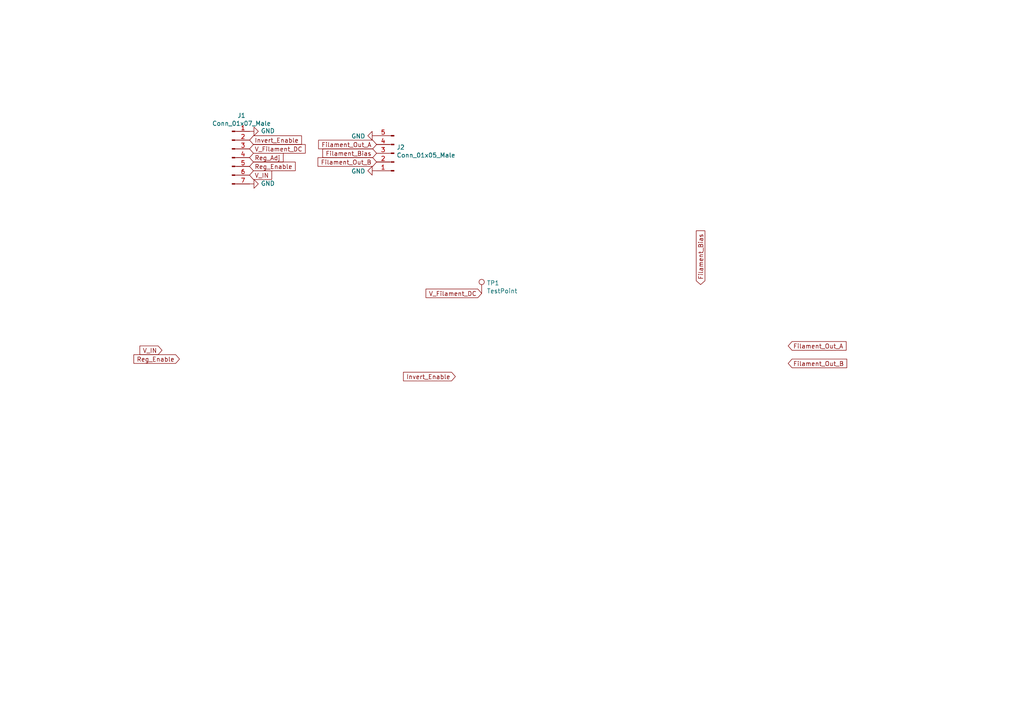
<source format=kicad_sch>
(kicad_sch (version 20211123) (generator eeschema)
  (paper "A4")
  (lib_symbols
    (symbol "Connector:Conn_01x05_Male" (pin_names (offset 1.016) hide)
      (property "Reference" "J" (at 0 7.62 0))
      (property "Value" "Conn_01x05_Male" (at 0 -7.62 0))
      (symbol "Conn_01x05_Male_1_1"
        (polyline (pts (xy 1.27 -5.08) (xy 0.8636 -5.08)) (stroke (width 0.1524)))
        (polyline (pts (xy 1.27 -2.54) (xy 0.8636 -2.54)) (stroke (width 0.1524)))
        (polyline (pts (xy 1.27 0) (xy 0.8636 0)) (stroke (width 0.1524)))
        (polyline (pts (xy 1.27 2.54) (xy 0.8636 2.54)) (stroke (width 0.1524)))
        (polyline (pts (xy 1.27 5.08) (xy 0.8636 5.08)) (stroke (width 0.1524)))
        (rectangle (start 0.8636 -4.953) (end 0 -5.207) (stroke (width 0.1524)) (fill (type outline)))
        (rectangle (start 0.8636 -2.413) (end 0 -2.667) (stroke (width 0.1524)) (fill (type outline)))
        (rectangle (start 0.8636 0.127) (end 0 -0.127) (stroke (width 0.1524)) (fill (type outline)))
        (rectangle (start 0.8636 2.667) (end 0 2.413) (stroke (width 0.1524)) (fill (type outline)))
        (rectangle (start 0.8636 5.207) (end 0 4.953) (stroke (width 0.1524)) (fill (type outline)))
        (pin passive line (at 5.08 5.08 180) (length 3.81) (name "Pin_1") (number "1"))
        (pin passive line (at 5.08 2.54 180) (length 3.81) (name "Pin_2") (number "2"))
        (pin passive line (at 5.08 0 180) (length 3.81) (name "Pin_3") (number "3"))
        (pin passive line (at 5.08 -2.54 180) (length 3.81) (name "Pin_4") (number "4"))
        (pin passive line (at 5.08 -5.08 180) (length 3.81) (name "Pin_5") (number "5"))
      )
    )
    (symbol "Connector:Conn_01x07_Male" (pin_names (offset 1.016) hide)
      (property "Reference" "J" (at 0 10.16 0))
      (property "Value" "Conn_01x07_Male" (at 0 -10.16 0))
      (symbol "Conn_01x07_Male_1_1"
        (polyline (pts (xy 1.27 -7.62) (xy 0.8636 -7.62)) (stroke (width 0.1524)))
        (polyline (pts (xy 1.27 -5.08) (xy 0.8636 -5.08)) (stroke (width 0.1524)))
        (polyline (pts (xy 1.27 -2.54) (xy 0.8636 -2.54)) (stroke (width 0.1524)))
        (polyline (pts (xy 1.27 0) (xy 0.8636 0)) (stroke (width 0.1524)))
        (polyline (pts (xy 1.27 2.54) (xy 0.8636 2.54)) (stroke (width 0.1524)))
        (polyline (pts (xy 1.27 5.08) (xy 0.8636 5.08)) (stroke (width 0.1524)))
        (polyline (pts (xy 1.27 7.62) (xy 0.8636 7.62)) (stroke (width 0.1524)))
        (rectangle (start 0.8636 -7.493) (end 0 -7.747) (stroke (width 0.1524)) (fill (type outline)))
        (rectangle (start 0.8636 -4.953) (end 0 -5.207) (stroke (width 0.1524)) (fill (type outline)))
        (rectangle (start 0.8636 -2.413) (end 0 -2.667) (stroke (width 0.1524)) (fill (type outline)))
        (rectangle (start 0.8636 0.127) (end 0 -0.127) (stroke (width 0.1524)) (fill (type outline)))
        (rectangle (start 0.8636 2.667) (end 0 2.413) (stroke (width 0.1524)) (fill (type outline)))
        (rectangle (start 0.8636 5.207) (end 0 4.953) (stroke (width 0.1524)) (fill (type outline)))
        (rectangle (start 0.8636 7.747) (end 0 7.493) (stroke (width 0.1524)) (fill (type outline)))
        (pin passive line (at 5.08 7.62 180) (length 3.81) (name "Pin_1") (number "1"))
        (pin passive line (at 5.08 5.08 180) (length 3.81) (name "Pin_2") (number "2"))
        (pin passive line (at 5.08 2.54 180) (length 3.81) (name "Pin_3") (number "3"))
        (pin passive line (at 5.08 0 180) (length 3.81) (name "Pin_4") (number "4"))
        (pin passive line (at 5.08 -2.54 180) (length 3.81) (name "Pin_5") (number "5"))
        (pin passive line (at 5.08 -5.08 180) (length 3.81) (name "Pin_6") (number "6"))
        (pin passive line (at 5.08 -7.62 180) (length 3.81) (name "Pin_7") (number "7"))
      )
    )
    (symbol "Connector:TestPoint" (pin_numbers hide) (pin_names (offset 0.762) hide)
      (property "Reference" "TP" (at 0 6.858 0))
      (property "Value" "TestPoint" (at 0 5.08 0))
      (symbol "TestPoint_0_1"
        (circle (center 0 3.302) (radius 0.762))
      )
      (symbol "TestPoint_1_1"
        (pin passive line (at 0 0 90) (length 2.54) (name "1") (number "1"))
      )
    )
    (symbol "power:GND" (power) (pin_names (offset 0))
      (property "Value" "GND" (at 0 -3.81 0))
      (symbol "GND_0_1"
        (polyline (pts (xy 0 0) (xy 0 -1.27) (xy 1.27 -1.27) (xy 0 -2.54) (xy -1.27 -1.27) (xy 0 -1.27)))
      )
      (symbol "GND_1_1"
        (pin power_in line (at 0 0 270) (length 0) hide (name "GND") (number "1"))
      )
    )
  )
  (global_label "Invert_Enable" (shape input) (at 72.39 40.64 0) (property "Intersheet References" "${INTERSHEET_REFS}" (effects hide)))
  (global_label "Invert_Enable" (shape input) (at 132.08 109.22 180) (property "Intersheet References" "${INTERSHEET_REFS}" (effects hide)))
  (global_label "Filament_Bias" (shape input) (at 203.2 82.55 90) (property "Intersheet References" "${INTERSHEET_REFS}" (effects hide)))
  (global_label "V_IN" (shape input) (at 46.99 101.6 180) (property "Intersheet References" "${INTERSHEET_REFS}" (effects hide)))
  (global_label "Filament_Out_B" (shape input) (at 228.6 105.41 0) (property "Intersheet References" "${INTERSHEET_REFS}" (effects hide)))
  (global_label "V_IN" (shape input) (at 72.39 50.8 0) (property "Intersheet References" "${INTERSHEET_REFS}" (effects hide)))
  (global_label "Reg_Adj" (shape input) (at 72.39 45.72 0) (property "Intersheet References" "${INTERSHEET_REFS}" (effects hide)))
  (global_label "V_Filament_DC" (shape input) (at 139.7 85.09 180) (property "Intersheet References" "${INTERSHEET_REFS}" (effects hide)))
  (global_label "Reg_Enable" (shape input) (at 72.39 48.26 0) (property "Intersheet References" "${INTERSHEET_REFS}" (effects hide)))
  (global_label "Filament_Out_B" (shape input) (at 109.22 46.99 180) (property "Intersheet References" "${INTERSHEET_REFS}" (effects hide)))
  (global_label "Filament_Bias" (shape input) (at 109.22 44.45 180) (property "Intersheet References" "${INTERSHEET_REFS}" (effects hide)))
  (global_label "V_Filament_DC" (shape input) (at 72.39 43.18 0) (property "Intersheet References" "${INTERSHEET_REFS}" (effects hide)))
  (global_label "Reg_Enable" (shape input) (at 52.07 104.14 180) (property "Intersheet References" "${INTERSHEET_REFS}" (effects hide)))
  (global_label "Filament_Out_A" (shape input) (at 109.22 41.91 180) (property "Intersheet References" "${INTERSHEET_REFS}" (effects hide)))
  (global_label "Filament_Out_A" (shape input) (at 228.6 100.33 0) (property "Intersheet References" "${INTERSHEET_REFS}" (effects hide)))
  (symbol (lib_id "Connector:Conn_01x07_Male") (at 67.31 45.72 0) (unit 1)
    (property "Reference" "J1" (at 70.0532 33.5026 0))
    (property "Value" "Conn_01x07_Male" (at 70.0532 35.814 0))
    (property "Footprint" "Connector_PinHeader_2.54mm:PinHeader_1x07_P2.54mm_Vertical" (effects hide))
  )
  (symbol (lib_id "Connector:Conn_01x05_Male") (at 114.3 44.45 180) (unit 1)
    (property "Reference" "J2" (at 115.0112 42.7228 0) (effects (justify right)))
    (property "Value" "Conn_01x05_Male" (at 115.0112 45.0342 0) (effects (justify right)))
    (property "Footprint" "Connector_PinHeader_2.54mm:PinHeader_1x05_P2.54mm_Vertical" (effects hide))
  )
  (symbol (lib_id "power:GND") (at 109.22 39.37 270) (unit 1)
    (property "Reference" "#PWR0106" (effects hide))
    (property "Value" "GND" (at 105.9688 39.497 90) (effects (justify right)))
  )
  (symbol (lib_id "power:GND") (at 72.39 38.1 90) (unit 1)
    (property "Reference" "#PWR0107" (effects hide))
    (property "Value" "GND" (at 75.6412 37.973 90) (effects (justify right)))
  )
  (symbol (lib_id "power:GND") (at 72.39 53.34 90) (unit 1)
    (property "Reference" "#PWR0108" (effects hide))
    (property "Value" "GND" (at 75.6412 53.213 90) (effects (justify right)))
  )
  (symbol (lib_id "power:GND") (at 109.22 49.53 270) (unit 1)
    (property "Reference" "#PWR0109" (effects hide))
    (property "Value" "GND" (at 105.9688 49.657 90) (effects (justify right)))
  )
  (symbol (lib_id "Connector:TestPoint") (at 139.7 85.09 0) (unit 1)
    (property "Reference" "TP1" (at 141.1732 82.0928 0) (effects (justify left)))
    (property "Value" "TestPoint" (at 141.1732 84.4042 0) (effects (justify left)))
    (property "Footprint" "TestPoint:TestPoint_Pad_D2.0mm" (effects hide))
  )
)
</source>
